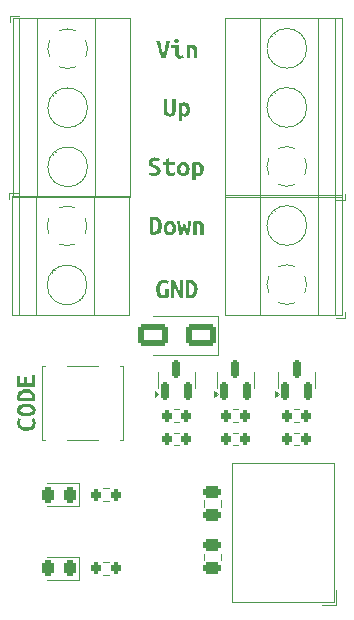
<source format=gbr>
%TF.GenerationSoftware,KiCad,Pcbnew,8.0.6-8.0.6-0~ubuntu24.04.1*%
%TF.CreationDate,2024-10-21T11:40:19+11:00*%
%TF.ProjectId,PCB-Receiver,5043422d-5265-4636-9569-7665722e6b69,rev?*%
%TF.SameCoordinates,Original*%
%TF.FileFunction,Legend,Top*%
%TF.FilePolarity,Positive*%
%FSLAX46Y46*%
G04 Gerber Fmt 4.6, Leading zero omitted, Abs format (unit mm)*
G04 Created by KiCad (PCBNEW 8.0.6-8.0.6-0~ubuntu24.04.1) date 2024-10-21 11:40:19*
%MOMM*%
%LPD*%
G01*
G04 APERTURE LIST*
G04 Aperture macros list*
%AMRoundRect*
0 Rectangle with rounded corners*
0 $1 Rounding radius*
0 $2 $3 $4 $5 $6 $7 $8 $9 X,Y pos of 4 corners*
0 Add a 4 corners polygon primitive as box body*
4,1,4,$2,$3,$4,$5,$6,$7,$8,$9,$2,$3,0*
0 Add four circle primitives for the rounded corners*
1,1,$1+$1,$2,$3*
1,1,$1+$1,$4,$5*
1,1,$1+$1,$6,$7*
1,1,$1+$1,$8,$9*
0 Add four rect primitives between the rounded corners*
20,1,$1+$1,$2,$3,$4,$5,0*
20,1,$1+$1,$4,$5,$6,$7,0*
20,1,$1+$1,$6,$7,$8,$9,0*
20,1,$1+$1,$8,$9,$2,$3,0*%
G04 Aperture macros list end*
%ADD10C,0.120000*%
%ADD11C,0.000000*%
%ADD12RoundRect,0.250000X-0.475000X0.250000X-0.475000X-0.250000X0.475000X-0.250000X0.475000X0.250000X0*%
%ADD13RoundRect,0.250000X0.475000X-0.250000X0.475000X0.250000X-0.475000X0.250000X-0.475000X-0.250000X0*%
%ADD14R,2.600000X2.600000*%
%ADD15C,2.600000*%
%ADD16RoundRect,0.150000X0.150000X-0.587500X0.150000X0.587500X-0.150000X0.587500X-0.150000X-0.587500X0*%
%ADD17RoundRect,0.200000X0.200000X0.275000X-0.200000X0.275000X-0.200000X-0.275000X0.200000X-0.275000X0*%
%ADD18RoundRect,0.250000X1.000000X0.650000X-1.000000X0.650000X-1.000000X-0.650000X1.000000X-0.650000X0*%
%ADD19O,2.300000X1.500000*%
%ADD20R,2.300000X1.500000*%
%ADD21RoundRect,0.200000X-0.200000X-0.275000X0.200000X-0.275000X0.200000X0.275000X-0.200000X0.275000X0*%
%ADD22R,1.300000X1.550000*%
%ADD23RoundRect,0.243750X0.243750X0.456250X-0.243750X0.456250X-0.243750X-0.456250X0.243750X-0.456250X0*%
G04 APERTURE END LIST*
D10*
%TO.C,C2*%
X89735000Y-70238748D02*
X89735000Y-70761252D01*
X88265000Y-70238748D02*
X88265000Y-70761252D01*
%TO.C,C1*%
X88265000Y-75261252D02*
X88265000Y-74738748D01*
X89735000Y-75261252D02*
X89735000Y-74738748D01*
D11*
%TO.C,kibuzzard-67159C59*%
G36*
X84602989Y-31441135D02*
G01*
X84628433Y-31585622D01*
X84659027Y-31741922D01*
X84692649Y-31903069D01*
X84728998Y-32065428D01*
X84767771Y-32225363D01*
X84807452Y-32375909D01*
X84846527Y-32510097D01*
X84885299Y-32377726D01*
X84924071Y-32227787D01*
X84961632Y-32067851D01*
X84996769Y-31905493D01*
X85029483Y-31744043D01*
X85059774Y-31586834D01*
X85086430Y-31441438D01*
X85108239Y-31315428D01*
X85420840Y-31315428D01*
X85388429Y-31469305D01*
X85349354Y-31640145D01*
X85303918Y-31824011D01*
X85252423Y-32016963D01*
X85214863Y-32149435D01*
X85174879Y-32283522D01*
X85132472Y-32419225D01*
X85088314Y-32554254D01*
X85043080Y-32686322D01*
X84996769Y-32815428D01*
X84689015Y-32815428D01*
X84629039Y-32637318D01*
X84565428Y-32437399D01*
X84522617Y-32296984D01*
X84481422Y-32156839D01*
X84441842Y-32016963D01*
X84404416Y-31879779D01*
X84369682Y-31747711D01*
X84337641Y-31620759D01*
X84297658Y-31451131D01*
X84269790Y-31315428D01*
X84584814Y-31315428D01*
X84602989Y-31441135D01*
G37*
G36*
X86150242Y-32381664D02*
G01*
X86187803Y-32533118D01*
X86312601Y-32582795D01*
X86411955Y-32571890D01*
X86542811Y-32527060D01*
X86581583Y-32766963D01*
X86408320Y-32826333D01*
X86259289Y-32842084D01*
X86152363Y-32833603D01*
X86064216Y-32808158D01*
X85938207Y-32710016D01*
X85871567Y-32553716D01*
X85857027Y-32454968D01*
X85852181Y-32342892D01*
X85852181Y-31923667D01*
X85537157Y-31923667D01*
X85537157Y-31676494D01*
X86150242Y-31676494D01*
X86150242Y-32381664D01*
G37*
G36*
X87391559Y-31661652D02*
G01*
X87492730Y-31689822D01*
X87634491Y-31796446D01*
X87708401Y-31961228D01*
X87724758Y-32062096D01*
X87730210Y-32173263D01*
X87730210Y-32815428D01*
X87432149Y-32815428D01*
X87432149Y-32212036D01*
X87423061Y-32074515D01*
X87395800Y-31981826D01*
X87247981Y-31911551D01*
X87181341Y-31913974D01*
X87112278Y-31921244D01*
X87112278Y-32815428D01*
X86814216Y-32815428D01*
X86814216Y-31712843D01*
X86903574Y-31691640D01*
X87011712Y-31671648D01*
X87134390Y-31657108D01*
X87267367Y-31652262D01*
X87391559Y-31661652D01*
G37*
G36*
X86082391Y-31208805D02*
G01*
X86138126Y-31349354D01*
X86082391Y-31487480D01*
X85949111Y-31538368D01*
X85817044Y-31487480D01*
X85762520Y-31349354D01*
X85817044Y-31208805D01*
X85949111Y-31157916D01*
X86082391Y-31208805D01*
G37*
%TO.C,kibuzzard-67159C53*%
G36*
X85813409Y-51705271D02*
G01*
X85881260Y-51825525D01*
X85948203Y-51950020D01*
X86013328Y-52073910D01*
X86075121Y-52195679D01*
X86132068Y-52313813D01*
X86182653Y-52422860D01*
X86225363Y-52517367D01*
X86225363Y-51594104D01*
X86494346Y-51594104D01*
X86494346Y-53094104D01*
X86254443Y-53094104D01*
X86184572Y-52927841D01*
X86110662Y-52761847D01*
X86032714Y-52596123D01*
X85950727Y-52430399D01*
X85864701Y-52264405D01*
X85774637Y-52098142D01*
X85774637Y-53094104D01*
X85505654Y-53094104D01*
X85505654Y-51594104D01*
X85745557Y-51594104D01*
X85813409Y-51705271D01*
G37*
G36*
X87236773Y-51588045D02*
G01*
X87365509Y-51620760D01*
X87478494Y-51676797D01*
X87572698Y-51757674D01*
X87648122Y-51863692D01*
X87704766Y-51995154D01*
X87740206Y-52154180D01*
X87752019Y-52342892D01*
X87738994Y-52535844D01*
X87699919Y-52697900D01*
X87637823Y-52830877D01*
X87555735Y-52936592D01*
X87454867Y-53016256D01*
X87336430Y-53071083D01*
X87202847Y-53102888D01*
X87061389Y-53113139D01*
X87056543Y-53113490D01*
X86900242Y-53105008D01*
X86736672Y-53077141D01*
X86736672Y-51843700D01*
X87034733Y-51843700D01*
X87034733Y-52851777D01*
X87061389Y-52854201D01*
X87088045Y-52854201D01*
X87258885Y-52815428D01*
X87370355Y-52708805D01*
X87430937Y-52547658D01*
X87444568Y-52449818D01*
X87449111Y-52342892D01*
X87434572Y-52153877D01*
X87383683Y-51991519D01*
X87284330Y-51878837D01*
X87121971Y-51836430D01*
X87078352Y-51837642D01*
X87034733Y-51843700D01*
X86736672Y-51843700D01*
X86736672Y-51613490D01*
X86928110Y-51584411D01*
X87095315Y-51577141D01*
X87236773Y-51588045D01*
G37*
G36*
X85053716Y-51573506D02*
G01*
X85173667Y-51603797D01*
X85257270Y-51640146D01*
X85306947Y-51669225D01*
X85229402Y-51906705D01*
X85098546Y-51846123D01*
X84938611Y-51819467D01*
X84759289Y-51858239D01*
X84639338Y-51966075D01*
X84571486Y-52130856D01*
X84556038Y-52231725D01*
X84550889Y-52342892D01*
X84560312Y-52506462D01*
X84588584Y-52638530D01*
X84635703Y-52739096D01*
X84740509Y-52834512D01*
X84885299Y-52866317D01*
X84943457Y-52863894D01*
X85001616Y-52856624D01*
X85001616Y-52308966D01*
X85299677Y-52308966D01*
X85299677Y-53057755D01*
X85133683Y-53101373D01*
X85009188Y-53119548D01*
X84861066Y-53125606D01*
X84727484Y-53113187D01*
X84607835Y-53075929D01*
X84503332Y-53014136D01*
X84415186Y-52928110D01*
X84344305Y-52817852D01*
X84291599Y-52683360D01*
X84258885Y-52524940D01*
X84247981Y-52342892D01*
X84260703Y-52162662D01*
X84298869Y-52004847D01*
X84358845Y-51870053D01*
X84436995Y-51758886D01*
X84532108Y-51671951D01*
X84642973Y-51609855D01*
X84765953Y-51572597D01*
X84897415Y-51560178D01*
X85053716Y-51573506D01*
G37*
%TO.C,kibuzzard-67159C4B*%
G36*
X84213752Y-46236672D02*
G01*
X84342488Y-46269386D01*
X84455473Y-46325424D01*
X84549677Y-46406300D01*
X84625101Y-46512318D01*
X84681745Y-46643780D01*
X84717185Y-46802807D01*
X84728998Y-46991519D01*
X84715973Y-47184471D01*
X84676898Y-47346527D01*
X84614802Y-47479503D01*
X84532714Y-47585218D01*
X84431846Y-47664883D01*
X84313409Y-47719709D01*
X84179826Y-47751515D01*
X84038368Y-47761765D01*
X84033522Y-47762116D01*
X83877221Y-47753635D01*
X83713651Y-47725767D01*
X83713651Y-46492326D01*
X84011712Y-46492326D01*
X84011712Y-47500404D01*
X84038368Y-47502827D01*
X84065024Y-47502827D01*
X84235864Y-47464055D01*
X84347334Y-47357431D01*
X84407916Y-47196284D01*
X84421547Y-47098445D01*
X84426090Y-46991519D01*
X84411551Y-46802504D01*
X84360662Y-46640145D01*
X84261309Y-46527464D01*
X84098950Y-46485057D01*
X84055331Y-46486268D01*
X84011712Y-46492326D01*
X83713651Y-46492326D01*
X83713651Y-46262116D01*
X83905089Y-46233037D01*
X84072294Y-46225767D01*
X84213752Y-46236672D01*
G37*
G36*
X86293753Y-46743269D02*
G01*
X86300619Y-46880587D01*
X86307754Y-47015751D01*
X86317044Y-47151185D01*
X86330372Y-47289311D01*
X86347738Y-47430129D01*
X86402262Y-47259289D01*
X86443457Y-47109047D01*
X86477383Y-46970921D01*
X86510097Y-46834006D01*
X86725767Y-46834006D01*
X86756058Y-46970921D01*
X86789984Y-47109047D01*
X86828756Y-47259289D01*
X86878433Y-47430129D01*
X86891761Y-47321082D01*
X86902666Y-47216882D01*
X86911450Y-47115408D01*
X86918417Y-47014540D01*
X86928110Y-46813409D01*
X86932048Y-46710723D01*
X86936591Y-46603796D01*
X87191034Y-46603796D01*
X87176419Y-46767367D01*
X87159229Y-46926090D01*
X87139464Y-47079968D01*
X87117124Y-47228998D01*
X87084410Y-47416397D01*
X87049273Y-47587641D01*
X87011712Y-47742730D01*
X86786349Y-47742730D01*
X86736672Y-47604604D01*
X86693053Y-47482229D01*
X86651858Y-47358643D01*
X86609451Y-47216882D01*
X86565832Y-47356220D01*
X86525848Y-47478595D01*
X86483441Y-47602181D01*
X86430129Y-47742730D01*
X86204766Y-47742730D01*
X86176595Y-47630351D01*
X86150242Y-47506462D01*
X86125707Y-47372577D01*
X86102989Y-47230210D01*
X86082391Y-47080876D01*
X86064216Y-46926090D01*
X86047859Y-46766761D01*
X86032714Y-46603796D01*
X86287157Y-46603796D01*
X86293753Y-46743269D01*
G37*
G36*
X85516256Y-46585319D02*
G01*
X85619548Y-46617124D01*
X85711026Y-46668619D01*
X85789176Y-46738288D01*
X85852484Y-46824919D01*
X85899435Y-46927302D01*
X85928514Y-47043316D01*
X85938207Y-47170840D01*
X85928514Y-47300182D01*
X85899435Y-47416801D01*
X85852787Y-47519487D01*
X85790388Y-47607027D01*
X85713146Y-47677908D01*
X85621971Y-47730614D01*
X85518074Y-47763328D01*
X85402666Y-47774233D01*
X85397819Y-47773775D01*
X85287258Y-47763328D01*
X85183360Y-47730614D01*
X85091882Y-47677908D01*
X85013732Y-47607027D01*
X84950424Y-47519487D01*
X84903473Y-47416801D01*
X84874394Y-47300182D01*
X84864883Y-47173263D01*
X85167609Y-47173263D01*
X85181240Y-47311389D01*
X85222132Y-47420436D01*
X85293316Y-47491317D01*
X85397819Y-47514943D01*
X85499899Y-47491317D01*
X85573506Y-47420436D01*
X85618033Y-47311389D01*
X85632876Y-47173263D01*
X85619245Y-47035440D01*
X85578352Y-46927302D01*
X85507169Y-46857330D01*
X85402666Y-46834006D01*
X85300586Y-46857330D01*
X85226979Y-46927302D01*
X85182452Y-47035440D01*
X85167609Y-47173263D01*
X84864883Y-47173263D01*
X84864701Y-47170840D01*
X84874697Y-47043316D01*
X84904685Y-46927302D01*
X84952544Y-46824919D01*
X85016155Y-46738288D01*
X85094608Y-46668619D01*
X85186995Y-46617124D01*
X85290590Y-46585319D01*
X85402666Y-46574717D01*
X85516256Y-46585319D01*
G37*
G36*
X87947698Y-46588954D02*
G01*
X88048869Y-46617124D01*
X88190630Y-46723748D01*
X88264540Y-46888530D01*
X88280897Y-46989398D01*
X88286349Y-47100565D01*
X88286349Y-47742730D01*
X87988288Y-47742730D01*
X87988288Y-47139338D01*
X87979200Y-47001817D01*
X87951939Y-46909128D01*
X87804120Y-46838853D01*
X87737480Y-46841276D01*
X87668417Y-46848546D01*
X87668417Y-47742730D01*
X87370355Y-47742730D01*
X87370355Y-46640145D01*
X87459713Y-46618942D01*
X87567851Y-46598950D01*
X87690529Y-46584410D01*
X87823506Y-46579564D01*
X87947698Y-46588954D01*
G37*
%TO.C,kibuzzard-67159C44*%
G36*
X84265852Y-41211834D02*
G01*
X84377625Y-41235460D01*
X84550889Y-41305735D01*
X84463651Y-41535945D01*
X84329160Y-41477787D01*
X84158320Y-41453554D01*
X84026387Y-41472671D01*
X83947227Y-41530021D01*
X83920840Y-41625606D01*
X83945073Y-41701939D01*
X84006866Y-41760097D01*
X84091680Y-41804927D01*
X84184976Y-41841276D01*
X84331583Y-41900646D01*
X84472133Y-41987884D01*
X84577545Y-42123586D01*
X84608441Y-42215367D01*
X84618740Y-42328352D01*
X84584512Y-42515246D01*
X84481826Y-42654281D01*
X84374798Y-42718228D01*
X84236268Y-42756597D01*
X84066236Y-42769386D01*
X83898425Y-42759390D01*
X83768175Y-42729402D01*
X83600970Y-42655493D01*
X83688207Y-42413166D01*
X83844507Y-42485864D01*
X83945376Y-42511308D01*
X84066236Y-42519790D01*
X84191034Y-42504039D01*
X84269790Y-42460420D01*
X84309774Y-42397415D01*
X84320679Y-42325929D01*
X84294023Y-42243538D01*
X84226171Y-42179321D01*
X84134087Y-42128433D01*
X84032310Y-42086026D01*
X83891761Y-42030291D01*
X83759693Y-41950323D01*
X83661551Y-41830372D01*
X83622779Y-41652262D01*
X83657007Y-41464459D01*
X83759693Y-41322698D01*
X83862413Y-41256731D01*
X83988019Y-41217151D01*
X84136511Y-41203958D01*
X84265852Y-41211834D01*
G37*
G36*
X87892569Y-41592488D02*
G01*
X88027464Y-41645800D01*
X88134895Y-41734653D01*
X88212978Y-41853931D01*
X88259828Y-41998519D01*
X88275444Y-42168417D01*
X88268175Y-42294124D01*
X88246365Y-42409531D01*
X88210622Y-42511914D01*
X88161551Y-42598546D01*
X88021002Y-42720921D01*
X87929524Y-42753635D01*
X87824718Y-42764540D01*
X87764136Y-42757244D01*
X87709007Y-42750606D01*
X87589661Y-42708804D01*
X87589661Y-43137722D01*
X87291600Y-43137722D01*
X87291600Y-41838853D01*
X87589661Y-41838853D01*
X87589661Y-42464055D01*
X87667205Y-42495557D01*
X87764136Y-42507674D01*
X87856826Y-42486167D01*
X87921648Y-42421648D01*
X87959814Y-42317750D01*
X87972537Y-42178110D01*
X87957391Y-42039075D01*
X87911955Y-41927302D01*
X87835622Y-41853695D01*
X87727787Y-41829160D01*
X87655089Y-41832795D01*
X87589661Y-41838853D01*
X87291600Y-41838853D01*
X87291600Y-41635299D01*
X87383381Y-41611066D01*
X87493942Y-41591680D01*
X87612985Y-41578958D01*
X87730210Y-41574717D01*
X87892569Y-41592488D01*
G37*
G36*
X85360259Y-41598950D02*
G01*
X85837642Y-41598950D01*
X85837642Y-41846123D01*
X85360259Y-41846123D01*
X85360259Y-42306543D01*
X85372375Y-42408320D01*
X85406301Y-42468901D01*
X85459612Y-42497981D01*
X85529887Y-42505250D01*
X85606220Y-42502827D01*
X85674071Y-42494346D01*
X85741923Y-42476171D01*
X85818255Y-42444669D01*
X85859451Y-42701535D01*
X85681341Y-42750000D01*
X85495961Y-42764540D01*
X85311793Y-42747577D01*
X85176091Y-42682149D01*
X85091276Y-42545234D01*
X85069467Y-42443154D01*
X85062197Y-42313813D01*
X85062197Y-41846123D01*
X84802908Y-41846123D01*
X84802908Y-41598950D01*
X85062197Y-41598950D01*
X85062197Y-41313005D01*
X85360259Y-41264540D01*
X85360259Y-41598950D01*
G37*
G36*
X86649132Y-41580472D02*
G01*
X86752423Y-41612278D01*
X86843902Y-41663772D01*
X86922052Y-41733441D01*
X86985360Y-41820073D01*
X87032310Y-41922456D01*
X87061390Y-42038469D01*
X87071083Y-42165993D01*
X87061390Y-42295335D01*
X87032310Y-42411955D01*
X86985663Y-42514640D01*
X86923264Y-42602181D01*
X86846022Y-42673061D01*
X86754847Y-42725767D01*
X86650949Y-42758481D01*
X86535541Y-42769386D01*
X86530695Y-42768928D01*
X86420133Y-42758481D01*
X86316236Y-42725767D01*
X86224758Y-42673061D01*
X86146608Y-42602181D01*
X86083300Y-42514640D01*
X86036349Y-42411955D01*
X86007270Y-42295335D01*
X85997759Y-42168417D01*
X86300485Y-42168417D01*
X86314116Y-42306543D01*
X86355008Y-42415590D01*
X86426192Y-42486470D01*
X86530695Y-42510097D01*
X86632775Y-42486470D01*
X86706381Y-42415590D01*
X86750909Y-42306543D01*
X86765751Y-42168417D01*
X86752121Y-42030594D01*
X86711228Y-41922456D01*
X86640045Y-41852484D01*
X86535541Y-41829160D01*
X86433461Y-41852484D01*
X86359855Y-41922456D01*
X86315327Y-42030594D01*
X86300485Y-42168417D01*
X85997759Y-42168417D01*
X85997577Y-42165993D01*
X86007573Y-42038469D01*
X86037561Y-41922456D01*
X86085420Y-41820073D01*
X86149031Y-41733441D01*
X86227484Y-41663772D01*
X86319871Y-41612278D01*
X86423465Y-41580472D01*
X86535541Y-41569871D01*
X86649132Y-41580472D01*
G37*
%TO.C,kibuzzard-67159C39*%
G36*
X86741519Y-36570678D02*
G01*
X86876414Y-36623990D01*
X86983845Y-36712843D01*
X87061928Y-36832121D01*
X87108778Y-36976709D01*
X87124394Y-37146607D01*
X87117125Y-37272314D01*
X87095315Y-37387722D01*
X87059572Y-37490104D01*
X87010501Y-37576736D01*
X86869952Y-37699111D01*
X86778474Y-37731825D01*
X86673667Y-37742730D01*
X86613086Y-37735435D01*
X86557957Y-37728796D01*
X86438611Y-37686995D01*
X86438611Y-38115912D01*
X86140550Y-38115912D01*
X86140550Y-36817043D01*
X86438611Y-36817043D01*
X86438611Y-37442245D01*
X86516155Y-37473747D01*
X86613086Y-37485864D01*
X86705776Y-37464357D01*
X86770598Y-37399838D01*
X86808764Y-37295940D01*
X86821487Y-37156300D01*
X86806341Y-37017265D01*
X86760905Y-36905492D01*
X86684572Y-36831886D01*
X86576737Y-36807350D01*
X86504039Y-36810985D01*
X86438611Y-36817043D01*
X86140550Y-36817043D01*
X86140550Y-36613489D01*
X86232331Y-36589256D01*
X86342892Y-36569870D01*
X86461935Y-36557148D01*
X86579160Y-36552907D01*
X86741519Y-36570678D01*
G37*
G36*
X85171244Y-37153877D02*
G01*
X85180937Y-37312600D01*
X85213651Y-37415589D01*
X85277868Y-37471324D01*
X85382068Y-37488287D01*
X85486268Y-37471324D01*
X85551697Y-37414377D01*
X85585622Y-37310177D01*
X85595315Y-37151453D01*
X85595315Y-36216074D01*
X85893377Y-36216074D01*
X85893377Y-37173263D01*
X85887319Y-37298061D01*
X85869144Y-37410743D01*
X85835824Y-37509491D01*
X85784330Y-37592487D01*
X85714055Y-37658824D01*
X85624394Y-37707592D01*
X85512924Y-37737580D01*
X85377222Y-37747576D01*
X85243639Y-37737580D01*
X85133684Y-37707592D01*
X84977383Y-37592487D01*
X84927706Y-37509491D01*
X84894992Y-37410743D01*
X84876818Y-37298061D01*
X84870760Y-37173263D01*
X84870760Y-36216074D01*
X85171244Y-36216074D01*
X85171244Y-37153877D01*
G37*
%TO.C,kibuzzard-67159C0E*%
G36*
X74010770Y-62749865D02*
G01*
X73944938Y-62884356D01*
X73835218Y-62991115D01*
X73724581Y-63052075D01*
X73590166Y-63095618D01*
X73431972Y-63121744D01*
X73250000Y-63130452D01*
X73068028Y-63121517D01*
X72909834Y-63094709D01*
X72775419Y-63050030D01*
X72664782Y-62987480D01*
X72555062Y-62879779D01*
X72489230Y-62747307D01*
X72467286Y-62590065D01*
X72726575Y-62590065D01*
X72767771Y-62713651D01*
X72880452Y-62785137D01*
X73046446Y-62819063D01*
X73144588Y-62825424D01*
X73250000Y-62827544D01*
X73355715Y-62825424D01*
X73454766Y-62819063D01*
X73620759Y-62785137D01*
X73732229Y-62713651D01*
X73773425Y-62590065D01*
X73732229Y-62467690D01*
X73619548Y-62394992D01*
X73453554Y-62361066D01*
X73355412Y-62354705D01*
X73250000Y-62352585D01*
X73144285Y-62354705D01*
X73045234Y-62361066D01*
X72879241Y-62394992D01*
X72767771Y-62466478D01*
X72726575Y-62590065D01*
X72467286Y-62590065D01*
X72489230Y-62427975D01*
X72555062Y-62293888D01*
X72664782Y-62187803D01*
X72775419Y-62127373D01*
X72909834Y-62084208D01*
X73068028Y-62058310D01*
X73250000Y-62049677D01*
X73431972Y-62058461D01*
X73590166Y-62084814D01*
X73724581Y-62128736D01*
X73835218Y-62190226D01*
X73944938Y-62296850D01*
X74010770Y-62429321D01*
X74032714Y-62587641D01*
X74032386Y-62590065D01*
X74010770Y-62749865D01*
G37*
G36*
X74000000Y-63441842D02*
G01*
X74024536Y-63557855D01*
X74032714Y-63690226D01*
X74010097Y-63885164D01*
X73942246Y-64046715D01*
X73829160Y-64174879D01*
X73716630Y-64248031D01*
X73582593Y-64300283D01*
X73427050Y-64331634D01*
X73250000Y-64342084D01*
X73073708Y-64329362D01*
X72918013Y-64291195D01*
X72783825Y-64230311D01*
X72672052Y-64149435D01*
X72583603Y-64050081D01*
X72519386Y-63933764D01*
X72480311Y-63803211D01*
X72467286Y-63661147D01*
X72480614Y-63516963D01*
X72510905Y-63404281D01*
X72547254Y-63323102D01*
X72576333Y-63273425D01*
X72813813Y-63350969D01*
X72752019Y-63485460D01*
X72726575Y-63665994D01*
X72752019Y-63802908D01*
X72836834Y-63921648D01*
X72995557Y-64006462D01*
X73107027Y-64030998D01*
X73242730Y-64039176D01*
X73400646Y-64029348D01*
X73531906Y-63999865D01*
X73636511Y-63950727D01*
X73739196Y-63834107D01*
X73773425Y-63661147D01*
X73746769Y-63468498D01*
X73693457Y-63346123D01*
X73928514Y-63271002D01*
X74000000Y-63441842D01*
G37*
G36*
X74020598Y-61533522D02*
G01*
X74012116Y-61689822D01*
X73984249Y-61853393D01*
X72520598Y-61853393D01*
X72491519Y-61661955D01*
X72484249Y-61494750D01*
X72486304Y-61468094D01*
X72743538Y-61468094D01*
X72744750Y-61511712D01*
X72750808Y-61555331D01*
X73758885Y-61555331D01*
X73761309Y-61528675D01*
X73761309Y-61502019D01*
X73722536Y-61331179D01*
X73615913Y-61219709D01*
X73454766Y-61159128D01*
X73356926Y-61145497D01*
X73250000Y-61140953D01*
X73060985Y-61155493D01*
X72898627Y-61206381D01*
X72785945Y-61305735D01*
X72743538Y-61468094D01*
X72486304Y-61468094D01*
X72495153Y-61353292D01*
X72527868Y-61224556D01*
X72583905Y-61111571D01*
X72664782Y-61017367D01*
X72770800Y-60941943D01*
X72902262Y-60885299D01*
X73061288Y-60849859D01*
X73250000Y-60838045D01*
X73442952Y-60851070D01*
X73605008Y-60890145D01*
X73737985Y-60952242D01*
X73843700Y-61034330D01*
X73923364Y-61135198D01*
X73978191Y-61253635D01*
X74009996Y-61387217D01*
X74020247Y-61528675D01*
X74020598Y-61533522D01*
G37*
G36*
X74001212Y-60619952D02*
G01*
X72501212Y-60619952D01*
X72501212Y-59711228D01*
X72748384Y-59711228D01*
X72748384Y-60321890D01*
X73085218Y-60321890D01*
X73085218Y-59791195D01*
X73332391Y-59791195D01*
X73332391Y-60321890D01*
X73754039Y-60321890D01*
X73754039Y-59657916D01*
X74001212Y-59657916D01*
X74001212Y-60619952D01*
G37*
D10*
%TO.C,J5*%
X99465000Y-54770000D02*
X100205000Y-54770000D01*
X100205000Y-54770000D02*
X100205000Y-54270000D01*
X90044000Y-54530000D02*
X99965000Y-54530000D01*
X90044000Y-54530000D02*
X90044000Y-44410000D01*
X93004000Y-54530000D02*
X93004000Y-44410000D01*
X97905000Y-54530000D02*
X97905000Y-44410000D01*
X99405000Y-54530000D02*
X99405000Y-44410000D01*
X99965000Y-54530000D02*
X99965000Y-44410000D01*
X96328000Y-48197000D02*
X96374000Y-48244000D01*
X96544000Y-48004000D02*
X96579000Y-48039000D01*
X94030000Y-45900000D02*
X94066000Y-45935000D01*
X94236000Y-45695000D02*
X94282000Y-45742000D01*
X90044000Y-44410000D02*
X99965000Y-44410000D01*
X95988042Y-53505427D02*
G75*
G02*
X94621000Y-53505000I-683041J1535420D01*
G01*
X93769573Y-52653042D02*
G75*
G02*
X93770000Y-51286000I1535420J683041D01*
G01*
X96985253Y-51941195D02*
G75*
G02*
X96840000Y-52654000I-1680254J-28806D01*
G01*
X96839756Y-51286682D02*
G75*
G02*
X96985000Y-51970000I-1534756J-683318D01*
G01*
X94621958Y-50434573D02*
G75*
G02*
X95989000Y-50435000I683042J-1535427D01*
G01*
X96985000Y-46970000D02*
G75*
G02*
X93625000Y-46970000I-1680000J0D01*
G01*
X93625000Y-46970000D02*
G75*
G02*
X96985000Y-46970000I1680000J0D01*
G01*
%TO.C,J3*%
X72590000Y-29200000D02*
X71850000Y-29200000D01*
X71850000Y-29200000D02*
X71850000Y-29700000D01*
X82011000Y-29440000D02*
X72090000Y-29440000D01*
X82011000Y-29440000D02*
X82011000Y-44560000D01*
X79051000Y-29440000D02*
X79051000Y-44560000D01*
X74150000Y-29440000D02*
X74150000Y-44560000D01*
X72650000Y-29440000D02*
X72650000Y-44560000D01*
X72090000Y-29440000D02*
X72090000Y-44560000D01*
X75727000Y-35773000D02*
X75681000Y-35726000D01*
X75511000Y-35966000D02*
X75476000Y-35931000D01*
X78025000Y-38070000D02*
X77989000Y-38035000D01*
X77819000Y-38275000D02*
X77773000Y-38228000D01*
X75727000Y-40773000D02*
X75681000Y-40726000D01*
X75511000Y-40966000D02*
X75476000Y-40931000D01*
X78025000Y-43070000D02*
X77989000Y-43035000D01*
X77819000Y-43275000D02*
X77773000Y-43228000D01*
X82011000Y-44560000D02*
X72090000Y-44560000D01*
X76066958Y-30464573D02*
G75*
G02*
X77434000Y-30465000I683041J-1535420D01*
G01*
X78285427Y-31316958D02*
G75*
G02*
X78285000Y-32684000I-1535420J-683041D01*
G01*
X75069747Y-32028805D02*
G75*
G02*
X75215000Y-31316000I1680254J28806D01*
G01*
X75215244Y-32683318D02*
G75*
G02*
X75070000Y-32000000I1534756J683318D01*
G01*
X77433042Y-33535427D02*
G75*
G02*
X76066000Y-33535000I-683042J1535427D01*
G01*
X78430000Y-37000000D02*
G75*
G02*
X75070000Y-37000000I-1680000J0D01*
G01*
X75070000Y-37000000D02*
G75*
G02*
X78430000Y-37000000I1680000J0D01*
G01*
X78430000Y-42000000D02*
G75*
G02*
X75070000Y-42000000I-1680000J0D01*
G01*
X75070000Y-42000000D02*
G75*
G02*
X78430000Y-42000000I1680000J0D01*
G01*
%TO.C,J1*%
X99465000Y-44770000D02*
X100205000Y-44770000D01*
X100205000Y-44770000D02*
X100205000Y-44270000D01*
X90044000Y-44530000D02*
X99965000Y-44530000D01*
X90044000Y-44530000D02*
X90044000Y-29410000D01*
X93004000Y-44530000D02*
X93004000Y-29410000D01*
X97905000Y-44530000D02*
X97905000Y-29410000D01*
X99405000Y-44530000D02*
X99405000Y-29410000D01*
X99965000Y-44530000D02*
X99965000Y-29410000D01*
X96328000Y-38197000D02*
X96374000Y-38244000D01*
X96544000Y-38004000D02*
X96579000Y-38039000D01*
X94030000Y-35900000D02*
X94066000Y-35935000D01*
X94236000Y-35695000D02*
X94282000Y-35742000D01*
X96328000Y-33197000D02*
X96374000Y-33244000D01*
X96544000Y-33004000D02*
X96579000Y-33039000D01*
X94030000Y-30900000D02*
X94066000Y-30935000D01*
X94236000Y-30695000D02*
X94282000Y-30742000D01*
X90044000Y-29410000D02*
X99965000Y-29410000D01*
X95988042Y-43505427D02*
G75*
G02*
X94621000Y-43505000I-683041J1535420D01*
G01*
X93769573Y-42653042D02*
G75*
G02*
X93770000Y-41286000I1535420J683041D01*
G01*
X96985253Y-41941195D02*
G75*
G02*
X96840000Y-42654000I-1680254J-28806D01*
G01*
X96839756Y-41286682D02*
G75*
G02*
X96985000Y-41970000I-1534756J-683318D01*
G01*
X94621958Y-40434573D02*
G75*
G02*
X95989000Y-40435000I683042J-1535427D01*
G01*
X96985000Y-36970000D02*
G75*
G02*
X93625000Y-36970000I-1680000J0D01*
G01*
X93625000Y-36970000D02*
G75*
G02*
X96985000Y-36970000I1680000J0D01*
G01*
X96985000Y-31970000D02*
G75*
G02*
X93625000Y-31970000I-1680000J0D01*
G01*
X93625000Y-31970000D02*
G75*
G02*
X96985000Y-31970000I1680000J0D01*
G01*
%TO.C,J2*%
X72535000Y-44200000D02*
X71795000Y-44200000D01*
X71795000Y-44200000D02*
X71795000Y-44700000D01*
X81956000Y-44440000D02*
X72035000Y-44440000D01*
X81956000Y-44440000D02*
X81956000Y-54560000D01*
X78996000Y-44440000D02*
X78996000Y-54560000D01*
X74095000Y-44440000D02*
X74095000Y-54560000D01*
X72595000Y-44440000D02*
X72595000Y-54560000D01*
X72035000Y-44440000D02*
X72035000Y-54560000D01*
X75672000Y-50773000D02*
X75626000Y-50726000D01*
X75456000Y-50966000D02*
X75421000Y-50931000D01*
X77970000Y-53070000D02*
X77934000Y-53035000D01*
X77764000Y-53275000D02*
X77718000Y-53228000D01*
X81956000Y-54560000D02*
X72035000Y-54560000D01*
X76011958Y-45464573D02*
G75*
G02*
X77379000Y-45465000I683041J-1535420D01*
G01*
X78230427Y-46316958D02*
G75*
G02*
X78230000Y-47684000I-1535420J-683041D01*
G01*
X75014747Y-47028805D02*
G75*
G02*
X75160000Y-46316000I1680254J28806D01*
G01*
X75160244Y-47683318D02*
G75*
G02*
X75015000Y-47000000I1534756J683318D01*
G01*
X77378042Y-48535427D02*
G75*
G02*
X76011000Y-48535000I-683042J1535427D01*
G01*
X78375000Y-52000000D02*
G75*
G02*
X75015000Y-52000000I-1680000J0D01*
G01*
X75015000Y-52000000D02*
G75*
G02*
X78375000Y-52000000I1680000J0D01*
G01*
%TO.C,Q3*%
X89390000Y-60062500D02*
X89390000Y-59412500D01*
X89390000Y-60062500D02*
X89390000Y-60712500D01*
X92510000Y-60062500D02*
X92510000Y-59412500D01*
X92510000Y-60062500D02*
X92510000Y-60712500D01*
X89440000Y-61225000D02*
X89110000Y-61465000D01*
X89110000Y-60985000D01*
X89440000Y-61225000D01*
G36*
X89440000Y-61225000D02*
G01*
X89110000Y-61465000D01*
X89110000Y-60985000D01*
X89440000Y-61225000D01*
G37*
%TO.C,R1*%
X86187258Y-62540000D02*
X85712742Y-62540000D01*
X86187258Y-63585000D02*
X85712742Y-63585000D01*
%TO.C,R2*%
X86187258Y-64540000D02*
X85712742Y-64540000D01*
X86187258Y-65585000D02*
X85712742Y-65585000D01*
%TO.C,D1*%
X89510000Y-57900000D02*
X84000000Y-57900000D01*
X89510000Y-57900000D02*
X89510000Y-54600000D01*
X89510000Y-54600000D02*
X84000000Y-54600000D01*
%TO.C,U2*%
X99507500Y-79058000D02*
X99507500Y-77818000D01*
X99267500Y-78818000D02*
X99267500Y-67097000D01*
X98267500Y-79058000D02*
X99507500Y-79058000D01*
X90647500Y-78818000D02*
X99267500Y-78818000D01*
X90647500Y-78818000D02*
X90647500Y-67097000D01*
X90647500Y-67097000D02*
X99267500Y-67097000D01*
%TO.C,R5*%
X91187258Y-62540000D02*
X90712742Y-62540000D01*
X91187258Y-63585000D02*
X90712742Y-63585000D01*
%TO.C,R3*%
X96362258Y-62540000D02*
X95887742Y-62540000D01*
X96362258Y-63585000D02*
X95887742Y-63585000D01*
%TO.C,R7*%
X79762742Y-75477500D02*
X80237258Y-75477500D01*
X79762742Y-76522500D02*
X80237258Y-76522500D01*
%TO.C,Q1*%
X84390000Y-60062500D02*
X84390000Y-59412500D01*
X84390000Y-60062500D02*
X84390000Y-60712500D01*
X87510000Y-60062500D02*
X87510000Y-59412500D01*
X87510000Y-60062500D02*
X87510000Y-60712500D01*
X84440000Y-61225000D02*
X84110000Y-61465000D01*
X84110000Y-60985000D01*
X84440000Y-61225000D01*
G36*
X84440000Y-61225000D02*
G01*
X84110000Y-61465000D01*
X84110000Y-60985000D01*
X84440000Y-61225000D01*
G37*
%TO.C,R6*%
X91187258Y-64540000D02*
X90712742Y-64540000D01*
X91187258Y-65585000D02*
X90712742Y-65585000D01*
%TO.C,SW1*%
X74550000Y-58850000D02*
X74800000Y-58850000D01*
X74550000Y-65150000D02*
X74550000Y-58850000D01*
X74800000Y-65150000D02*
X74550000Y-65150000D01*
X76700000Y-58850000D02*
X79300000Y-58850000D01*
X79300000Y-65150000D02*
X76700000Y-65150000D01*
X81200000Y-58850000D02*
X81450000Y-58850000D01*
X81450000Y-58850000D02*
X81450000Y-65150000D01*
X81450000Y-65150000D02*
X81200000Y-65150000D01*
%TO.C,R8*%
X79762742Y-69227500D02*
X80237258Y-69227500D01*
X79762742Y-70272500D02*
X80237258Y-70272500D01*
%TO.C,Q2*%
X94565000Y-60062500D02*
X94565000Y-59412500D01*
X94565000Y-60062500D02*
X94565000Y-60712500D01*
X97685000Y-60062500D02*
X97685000Y-59412500D01*
X97685000Y-60062500D02*
X97685000Y-60712500D01*
X94615000Y-61225000D02*
X94285000Y-61465000D01*
X94285000Y-60985000D01*
X94615000Y-61225000D01*
G36*
X94615000Y-61225000D02*
G01*
X94285000Y-61465000D01*
X94285000Y-60985000D01*
X94615000Y-61225000D01*
G37*
%TO.C,D2*%
X75000000Y-76960000D02*
X77685000Y-76960000D01*
X77685000Y-75040000D02*
X75000000Y-75040000D01*
X77685000Y-76960000D02*
X77685000Y-75040000D01*
%TO.C,R4*%
X96362258Y-64540000D02*
X95887742Y-64540000D01*
X96362258Y-65585000D02*
X95887742Y-65585000D01*
%TO.C,D3*%
X75000000Y-70710000D02*
X77685000Y-70710000D01*
X77685000Y-68790000D02*
X75000000Y-68790000D01*
X77685000Y-70710000D02*
X77685000Y-68790000D01*
%TD*%
%LPC*%
D12*
%TO.C,C2*%
X89000000Y-69550000D03*
X89000000Y-71450000D03*
%TD*%
D13*
%TO.C,C1*%
X89000000Y-75950000D03*
X89000000Y-74050000D03*
%TD*%
D14*
%TO.C,J5*%
X95305000Y-51970000D03*
D15*
X95305000Y-46970000D03*
%TD*%
D14*
%TO.C,J3*%
X76750000Y-32000000D03*
D15*
X76750000Y-37000000D03*
X76750000Y-42000000D03*
%TD*%
D14*
%TO.C,J1*%
X95305000Y-41970000D03*
D15*
X95305000Y-36970000D03*
X95305000Y-31970000D03*
%TD*%
D14*
%TO.C,J2*%
X76695000Y-47000000D03*
D15*
X76695000Y-52000000D03*
%TD*%
D16*
%TO.C,Q3*%
X90000000Y-61000000D03*
X91900000Y-61000000D03*
X90950000Y-59125000D03*
%TD*%
D17*
%TO.C,R1*%
X86775000Y-63062500D03*
X85125000Y-63062500D03*
%TD*%
%TO.C,R2*%
X86775000Y-65062500D03*
X85125000Y-65062500D03*
%TD*%
D18*
%TO.C,D1*%
X88000000Y-56250000D03*
X84000000Y-56250000D03*
%TD*%
D19*
%TO.C,U2*%
X97207500Y-70367000D03*
X97207500Y-72907000D03*
D20*
X97207500Y-75447000D03*
%TD*%
D17*
%TO.C,R5*%
X91775000Y-63062500D03*
X90125000Y-63062500D03*
%TD*%
%TO.C,R3*%
X96950000Y-63062500D03*
X95300000Y-63062500D03*
%TD*%
D21*
%TO.C,R7*%
X79175000Y-76000000D03*
X80825000Y-76000000D03*
%TD*%
D16*
%TO.C,Q1*%
X85000000Y-61000000D03*
X86900000Y-61000000D03*
X85950000Y-59125000D03*
%TD*%
D17*
%TO.C,R6*%
X91775000Y-65062500D03*
X90125000Y-65062500D03*
%TD*%
D22*
%TO.C,SW1*%
X75750000Y-65975000D03*
X75750000Y-58025000D03*
X80250000Y-65975000D03*
X80250000Y-58025000D03*
%TD*%
D21*
%TO.C,R8*%
X79175000Y-69750000D03*
X80825000Y-69750000D03*
%TD*%
D16*
%TO.C,Q2*%
X95175000Y-61000000D03*
X97075000Y-61000000D03*
X96125000Y-59125000D03*
%TD*%
D23*
%TO.C,D2*%
X76937500Y-76000000D03*
X75062500Y-76000000D03*
%TD*%
D17*
%TO.C,R4*%
X96950000Y-65062500D03*
X95300000Y-65062500D03*
%TD*%
D23*
%TO.C,D3*%
X76937500Y-69750000D03*
X75062500Y-69750000D03*
%TD*%
%LPD*%
M02*

</source>
